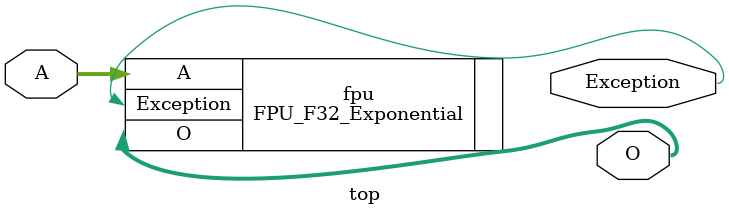
<source format=v>
module top(
	input	[31:0]		A,
	output				Exception,
	output	[31:0]		O		              	//Outputs in the format of IEEE-754 Representation.
);

FPU_F32_Exponential fpu (
	.A					(A),
	.Exception			(Exception),
	.O					(O)
);

endmodule

</source>
